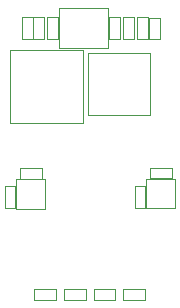
<source format=gbr>
%TF.GenerationSoftware,KiCad,Pcbnew,8.0.6-8.0.6-0~ubuntu20.04.1*%
%TF.CreationDate,2024-11-07T01:45:43+05:00*%
%TF.ProjectId,AH3,4148332e-6b69-4636-9164-5f7063625858,rev?*%
%TF.SameCoordinates,Original*%
%TF.FileFunction,Other,User*%
%FSLAX46Y46*%
G04 Gerber Fmt 4.6, Leading zero omitted, Abs format (unit mm)*
G04 Created by KiCad (PCBNEW 8.0.6-8.0.6-0~ubuntu20.04.1) date 2024-11-07 01:45:43*
%MOMM*%
%LPD*%
G01*
G04 APERTURE LIST*
%ADD10C,0.050000*%
G04 APERTURE END LIST*
D10*
%TO.C,U3*%
X136332500Y-85070000D02*
X136332500Y-90330000D01*
X136332500Y-90330000D02*
X141592500Y-90330000D01*
X141592500Y-85070000D02*
X136332500Y-85070000D01*
X141592500Y-90330000D02*
X141592500Y-85070000D01*
%TO.C,C1*%
X129290000Y-96340000D02*
X130210000Y-96340000D01*
X129290000Y-98160000D02*
X129290000Y-96340000D01*
X130210000Y-96340000D02*
X130210000Y-98160000D01*
X130210000Y-98160000D02*
X129290000Y-98160000D01*
%TO.C,R9*%
X136820000Y-105080000D02*
X138680000Y-105080000D01*
X136820000Y-106020000D02*
X136820000Y-105080000D01*
X138680000Y-105080000D02*
X138680000Y-106020000D01*
X138680000Y-106020000D02*
X136820000Y-106020000D01*
%TO.C,U2*%
X141250000Y-95737500D02*
X141250000Y-98237500D01*
X141250000Y-98237500D02*
X143750000Y-98237500D01*
X143750000Y-95737500D02*
X141250000Y-95737500D01*
X143750000Y-98237500D02*
X143750000Y-95737500D01*
%TO.C,C5*%
X138140000Y-82040000D02*
X139060000Y-82040000D01*
X138140000Y-83860000D02*
X138140000Y-82040000D01*
X139060000Y-82040000D02*
X139060000Y-83860000D01*
X139060000Y-83860000D02*
X138140000Y-83860000D01*
%TO.C,C8*%
X141490000Y-82090000D02*
X142410000Y-82090000D01*
X141490000Y-83910000D02*
X141490000Y-82090000D01*
X142410000Y-82090000D02*
X142410000Y-83910000D01*
X142410000Y-83910000D02*
X141490000Y-83910000D01*
%TO.C,J1*%
X129760000Y-84860000D02*
X129760000Y-91010000D01*
X129760000Y-91010000D02*
X135910000Y-91010000D01*
X135910000Y-84860000D02*
X129760000Y-84860000D01*
X135910000Y-91010000D02*
X135910000Y-84860000D01*
%TO.C,R1*%
X139300000Y-82040000D02*
X140240000Y-82040000D01*
X139300000Y-83900000D02*
X139300000Y-82040000D01*
X140240000Y-82040000D02*
X140240000Y-83900000D01*
X140240000Y-83900000D02*
X139300000Y-83900000D01*
%TO.C,R10*%
X139320000Y-105080000D02*
X141180000Y-105080000D01*
X139320000Y-106020000D02*
X139320000Y-105080000D01*
X141180000Y-105080000D02*
X141180000Y-106020000D01*
X141180000Y-106020000D02*
X139320000Y-106020000D01*
%TO.C,C3*%
X140290000Y-96347500D02*
X141210000Y-96347500D01*
X140290000Y-98167500D02*
X140290000Y-96347500D01*
X141210000Y-96347500D02*
X141210000Y-98167500D01*
X141210000Y-98167500D02*
X140290000Y-98167500D01*
%TO.C,C7*%
X131690000Y-82040000D02*
X132610000Y-82040000D01*
X131690000Y-83860000D02*
X131690000Y-82040000D01*
X132610000Y-82040000D02*
X132610000Y-83860000D01*
X132610000Y-83860000D02*
X131690000Y-83860000D01*
%TO.C,C2*%
X130610000Y-94790000D02*
X132430000Y-94790000D01*
X130610000Y-95710000D02*
X130610000Y-94790000D01*
X132430000Y-94790000D02*
X132430000Y-95710000D01*
X132430000Y-95710000D02*
X130610000Y-95710000D01*
%TO.C,D1*%
X134320000Y-105080000D02*
X136180000Y-105080000D01*
X134320000Y-106020000D02*
X134320000Y-105080000D01*
X136180000Y-105080000D02*
X136180000Y-106020000D01*
X136180000Y-106020000D02*
X134320000Y-106020000D01*
%TO.C,R2*%
X140480000Y-82050000D02*
X141420000Y-82050000D01*
X140480000Y-83910000D02*
X140480000Y-82050000D01*
X141420000Y-82050000D02*
X141420000Y-83910000D01*
X141420000Y-83910000D02*
X140480000Y-83910000D01*
%TO.C,U1*%
X130250000Y-95750000D02*
X130250000Y-98250000D01*
X130250000Y-98250000D02*
X132750000Y-98250000D01*
X132750000Y-95750000D02*
X130250000Y-95750000D01*
X132750000Y-98250000D02*
X132750000Y-95750000D01*
%TO.C,C4*%
X141610000Y-94777500D02*
X143430000Y-94777500D01*
X141610000Y-95697500D02*
X141610000Y-94777500D01*
X143430000Y-94777500D02*
X143430000Y-95697500D01*
X143430000Y-95697500D02*
X141610000Y-95697500D01*
%TO.C,R8*%
X131820000Y-105080000D02*
X133680000Y-105080000D01*
X131820000Y-106020000D02*
X131820000Y-105080000D01*
X133680000Y-105080000D02*
X133680000Y-106020000D01*
X133680000Y-106020000D02*
X131820000Y-106020000D01*
%TO.C,Y1*%
X133870000Y-81230000D02*
X133870000Y-84630000D01*
X133870000Y-84630000D02*
X138070000Y-84630000D01*
X138070000Y-81230000D02*
X133870000Y-81230000D01*
X138070000Y-84630000D02*
X138070000Y-81230000D01*
%TO.C,C6*%
X132890000Y-82040000D02*
X133810000Y-82040000D01*
X132890000Y-83860000D02*
X132890000Y-82040000D01*
X133810000Y-82040000D02*
X133810000Y-83860000D01*
X133810000Y-83860000D02*
X132890000Y-83860000D01*
%TO.C,R7*%
X130740000Y-82020000D02*
X131680000Y-82020000D01*
X130740000Y-83880000D02*
X130740000Y-82020000D01*
X131680000Y-82020000D02*
X131680000Y-83880000D01*
X131680000Y-83880000D02*
X130740000Y-83880000D01*
%TD*%
M02*

</source>
